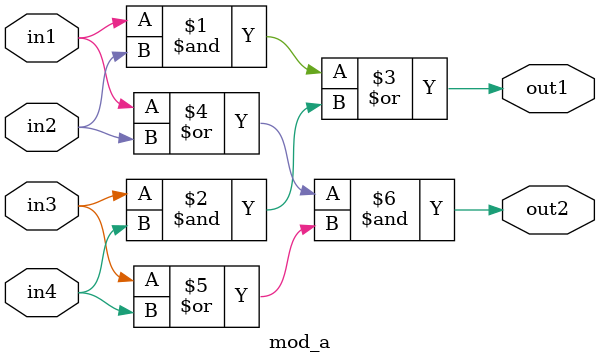
<source format=v>
module top_module ( 
    input a, 
    input b, 
    input c,
    input d,
    output out1,
    output out2
    );
  
  mod_a inst(
    out1,
    out2,
    a,
    b,
    c,
    d
    );
  
endmodule

module mod_a (
  output out1,
  output out2,
  input in1,
  input in2,
  input in3,
  input in4
  );
  
  assign out1 = (in1 & in2) | (in3 & in4);
  assign out2 = (in1 | in2) & (in3 | in4);
  
endmodule

</source>
